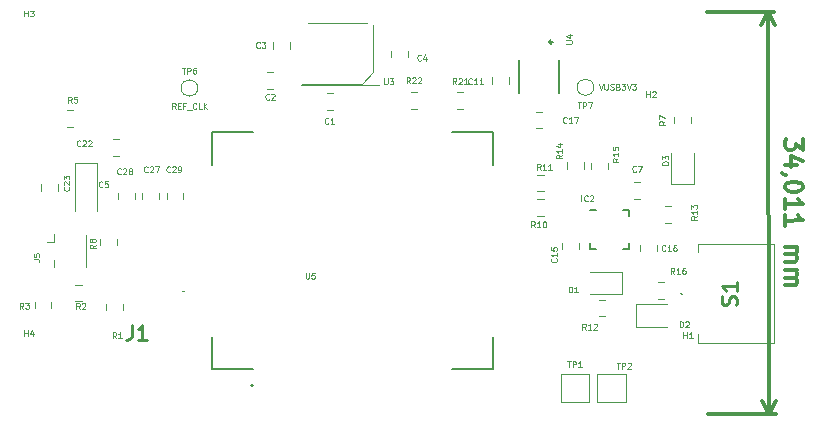
<source format=gbr>
%TF.GenerationSoftware,KiCad,Pcbnew,(5.0.2)-1*%
%TF.CreationDate,2021-04-08T12:32:07+02:00*%
%TF.ProjectId,trackerGPS,74726163-6b65-4724-9750-532e6b696361,rev?*%
%TF.SameCoordinates,Original*%
%TF.FileFunction,Legend,Top*%
%TF.FilePolarity,Positive*%
%FSLAX46Y46*%
G04 Gerber Fmt 4.6, Leading zero omitted, Abs format (unit mm)*
G04 Created by KiCad (PCBNEW (5.0.2)-1) date 08/04/2021 12:32:07*
%MOMM*%
%LPD*%
G01*
G04 APERTURE LIST*
%ADD10C,0.300000*%
%ADD11C,0.100000*%
%ADD12C,0.120000*%
%ADD13C,0.127000*%
%ADD14C,0.200000*%
%ADD15C,0.150000*%
%ADD16C,0.250000*%
%ADD17C,0.254000*%
%ADD18C,0.075000*%
G04 APERTURE END LIST*
D10*
X167680409Y-72675413D02*
X167683876Y-73603978D01*
X167110585Y-73106115D01*
X167111385Y-73320399D01*
X167040490Y-73463522D01*
X166969329Y-73535217D01*
X166826739Y-73607178D01*
X166469599Y-73608512D01*
X166326476Y-73537617D01*
X166254781Y-73466456D01*
X166182820Y-73323867D01*
X166181219Y-72895298D01*
X166252114Y-72752175D01*
X166323275Y-72680480D01*
X167188681Y-74891550D02*
X166188688Y-74895284D01*
X167758772Y-74532276D02*
X166686017Y-74179136D01*
X166689484Y-75107701D01*
X166263316Y-75752154D02*
X166191888Y-75752421D01*
X166048765Y-75681526D01*
X165977071Y-75610365D01*
X167695345Y-76675385D02*
X167695879Y-76818241D01*
X167624984Y-76961364D01*
X167553823Y-77033059D01*
X167411233Y-77105020D01*
X167125788Y-77177515D01*
X166768647Y-77178849D01*
X166482668Y-77108488D01*
X166339545Y-77037593D01*
X166267851Y-76966432D01*
X166195889Y-76823842D01*
X166195356Y-76680986D01*
X166266250Y-76537863D01*
X166337412Y-76466168D01*
X166480001Y-76394207D01*
X166765447Y-76321712D01*
X167122587Y-76320378D01*
X167408566Y-76390739D01*
X167551689Y-76461634D01*
X167623384Y-76532795D01*
X167695345Y-76675385D01*
X166202557Y-78609544D02*
X166199357Y-77752407D01*
X166200957Y-78180976D02*
X167700946Y-78175374D01*
X167486129Y-78033318D01*
X167342739Y-77890996D01*
X167270778Y-77748406D01*
X166207892Y-80038105D02*
X166204691Y-79180969D01*
X166206291Y-79609537D02*
X167706281Y-79603936D01*
X167491463Y-79461880D01*
X167348074Y-79319557D01*
X167276112Y-79176968D01*
X166214560Y-81823807D02*
X167214553Y-81820073D01*
X167071697Y-81820607D02*
X167143391Y-81891768D01*
X167215353Y-82034357D01*
X167216153Y-82248642D01*
X167145258Y-82391764D01*
X167002669Y-82463726D01*
X166216960Y-82466660D01*
X167002669Y-82463726D02*
X167145792Y-82534621D01*
X167217753Y-82677210D01*
X167218554Y-82891494D01*
X167147659Y-83034617D01*
X167005069Y-83106579D01*
X166219361Y-83109513D01*
X166222028Y-83823793D02*
X167222021Y-83820059D01*
X167079165Y-83820593D02*
X167150860Y-83891754D01*
X167222821Y-84034343D01*
X167223621Y-84248628D01*
X167152727Y-84391751D01*
X167010137Y-84463712D01*
X166224428Y-84466646D01*
X167010137Y-84463712D02*
X167153260Y-84534607D01*
X167225222Y-84677196D01*
X167226022Y-84891480D01*
X167155127Y-85034603D01*
X167012538Y-85106565D01*
X166226829Y-85109499D01*
X164718973Y-61966693D02*
X164845973Y-95977293D01*
X159588697Y-61985850D02*
X165305390Y-61964503D01*
X159715697Y-95996450D02*
X165432390Y-95975103D01*
X164845973Y-95977293D02*
X164255350Y-94852987D01*
X164845973Y-95977293D02*
X165428183Y-94848607D01*
X164718973Y-61966693D02*
X164136763Y-63095379D01*
X164718973Y-61966693D02*
X165309596Y-63090999D01*
D11*
X115206840Y-85608160D02*
X115206840Y-85608160D01*
X115306840Y-85608160D02*
X115306840Y-85608160D01*
X115306840Y-85608160D02*
G75*
G02X115206840Y-85608160I-50000J0D01*
G01*
X115206840Y-85608160D02*
G75*
G02X115306840Y-85608160I50000J0D01*
G01*
X158850280Y-82251040D02*
X158850280Y-81581040D01*
X158850280Y-81581040D02*
X165250280Y-81581040D01*
X165250280Y-81581040D02*
X165250280Y-90001040D01*
X165250280Y-90001040D02*
X158850280Y-90001040D01*
X158850280Y-90001040D02*
X158850280Y-89251040D01*
X157450280Y-85791040D02*
X157450280Y-85791040D01*
X157350280Y-85791040D02*
X157350280Y-85791040D01*
X157350280Y-85791040D02*
G75*
G02X157450280Y-85791040I50000J0D01*
G01*
X157450280Y-85791040D02*
G75*
G02X157350280Y-85791040I-50000J0D01*
G01*
D12*
X156558100Y-73864200D02*
X156558100Y-76549200D01*
X156558100Y-76549200D02*
X158478100Y-76549200D01*
X158478100Y-76549200D02*
X158478100Y-73864200D01*
X156782700Y-71377552D02*
X156782700Y-70855048D01*
X158202700Y-71377552D02*
X158202700Y-70855048D01*
X116473200Y-68389500D02*
G75*
G03X116473200Y-68389500I-700000J0D01*
G01*
X150001200Y-68326000D02*
G75*
G03X150001200Y-68326000I-700000J0D01*
G01*
D13*
X121165400Y-92194000D02*
X117690400Y-92194000D01*
X117690400Y-92194000D02*
X117690400Y-89469000D01*
X117690400Y-72144000D02*
X117690400Y-74869000D01*
X121165400Y-72144000D02*
X117690400Y-72144000D01*
X141440400Y-72144000D02*
X141440400Y-74869000D01*
X141440400Y-92194000D02*
X141440400Y-89469000D01*
X137965400Y-92194000D02*
X141440400Y-92194000D01*
X137965400Y-72144000D02*
X141440400Y-72144000D01*
D14*
X121165400Y-93569000D02*
G75*
G03X121165400Y-93569000I-100000J0D01*
G01*
D12*
X138422748Y-70179000D02*
X138945252Y-70179000D01*
X138422748Y-68759000D02*
X138945252Y-68759000D01*
X134511148Y-68708200D02*
X135033652Y-68708200D01*
X134511148Y-70128200D02*
X135033652Y-70128200D01*
X107041800Y-80819000D02*
X107041800Y-83519000D01*
X104321800Y-81409000D02*
X103691800Y-81409000D01*
X104321800Y-83569000D02*
X104321800Y-82929000D01*
X104321800Y-80769000D02*
X104321800Y-81409000D01*
X153950600Y-81704548D02*
X153950600Y-82227052D01*
X155370600Y-81704548D02*
X155370600Y-82227052D01*
X148715800Y-81501348D02*
X148715800Y-82023852D01*
X147295800Y-81501348D02*
X147295800Y-82023852D01*
X153559800Y-88615400D02*
X156244800Y-88615400D01*
X153559800Y-86695400D02*
X153559800Y-88615400D01*
X156244800Y-86695400D02*
X153559800Y-86695400D01*
X149672800Y-85846800D02*
X152357800Y-85846800D01*
X152357800Y-85846800D02*
X152357800Y-83926800D01*
X152357800Y-83926800D02*
X149672800Y-83926800D01*
X145229948Y-77776000D02*
X145752452Y-77776000D01*
X145229948Y-79196000D02*
X145752452Y-79196000D01*
X149810400Y-74735948D02*
X149810400Y-75258452D01*
X151230400Y-74735948D02*
X151230400Y-75258452D01*
X155937852Y-86211480D02*
X155415348Y-86211480D01*
X155937852Y-84791480D02*
X155415348Y-84791480D01*
X147727600Y-74685148D02*
X147727600Y-75207652D01*
X149147600Y-74685148D02*
X149147600Y-75207652D01*
X156547452Y-79780200D02*
X156024948Y-79780200D01*
X156547452Y-78360200D02*
X156024948Y-78360200D01*
X150411548Y-87730400D02*
X150934052Y-87730400D01*
X150411548Y-86310400D02*
X150934052Y-86310400D01*
X145229948Y-75718600D02*
X145752452Y-75718600D01*
X145229948Y-77138600D02*
X145752452Y-77138600D01*
X147196960Y-95002200D02*
X147196960Y-92602200D01*
X149596960Y-95002200D02*
X147196960Y-95002200D01*
X149596960Y-92602200D02*
X149596960Y-95002200D01*
X147196960Y-92602200D02*
X149596960Y-92602200D01*
X150316080Y-92602200D02*
X152716080Y-92602200D01*
X152716080Y-92602200D02*
X152716080Y-95002200D01*
X152716080Y-95002200D02*
X150316080Y-95002200D01*
X150316080Y-95002200D02*
X150316080Y-92602200D01*
D15*
X152956400Y-78728600D02*
X152956400Y-79228600D01*
X149706400Y-81978600D02*
X149706400Y-81478600D01*
X152956400Y-81978600D02*
X152956400Y-81478600D01*
X149706400Y-78728600D02*
X150206400Y-78728600D01*
X149706400Y-81978600D02*
X150206400Y-81978600D01*
X152956400Y-81978600D02*
X152456400Y-81978600D01*
X152956400Y-78728600D02*
X152456400Y-78728600D01*
D12*
X108205200Y-81668252D02*
X108205200Y-81145748D01*
X109625200Y-81668252D02*
X109625200Y-81145748D01*
X115264000Y-77284948D02*
X115264000Y-77807452D01*
X113844000Y-77284948D02*
X113844000Y-77807452D01*
X109729200Y-77301348D02*
X109729200Y-77823852D01*
X111149200Y-77301348D02*
X111149200Y-77823852D01*
X113206600Y-77301348D02*
X113206600Y-77823852D01*
X111786600Y-77301348D02*
X111786600Y-77823852D01*
X104621400Y-77070852D02*
X104621400Y-76548348D01*
X103201400Y-77070852D02*
X103201400Y-76548348D01*
X105402748Y-70257600D02*
X105925252Y-70257600D01*
X105402748Y-71677600D02*
X105925252Y-71677600D01*
X145625452Y-70384600D02*
X145102948Y-70384600D01*
X145625452Y-71804600D02*
X145102948Y-71804600D01*
X141377600Y-67496948D02*
X141377600Y-68019452D01*
X142797600Y-67496948D02*
X142797600Y-68019452D01*
X109786052Y-72746800D02*
X109263548Y-72746800D01*
X109786052Y-74166800D02*
X109263548Y-74166800D01*
D15*
X143689600Y-66011600D02*
X143689600Y-68811600D01*
X147089600Y-66011600D02*
X147089600Y-68811600D01*
D16*
X146489600Y-64508500D02*
G75*
G03X146489600Y-64508500I-125000J0D01*
G01*
D12*
X108713200Y-87205452D02*
X108713200Y-86682948D01*
X110133200Y-87205452D02*
X110133200Y-86682948D01*
X106636452Y-85040400D02*
X106113948Y-85040400D01*
X106636452Y-86460400D02*
X106113948Y-86460400D01*
X102668000Y-86505148D02*
X102668000Y-87027652D01*
X104088000Y-86505148D02*
X104088000Y-87027652D01*
X153383348Y-76353600D02*
X153905852Y-76353600D01*
X153383348Y-77773600D02*
X153905852Y-77773600D01*
X107919800Y-78790600D02*
X107919800Y-74705600D01*
X107919800Y-74705600D02*
X106049800Y-74705600D01*
X106049800Y-74705600D02*
X106049800Y-78790600D01*
X130844800Y-62924000D02*
X125844800Y-62924000D01*
X131844800Y-68124000D02*
X125244800Y-68124000D01*
D11*
X130344800Y-68024000D02*
X125344800Y-68024000D01*
X131344800Y-63024000D02*
X131344800Y-67024000D01*
X130344800Y-68024000D02*
X131344800Y-67024000D01*
D12*
X132868600Y-65245348D02*
X132868600Y-65767852D01*
X134288600Y-65245348D02*
X134288600Y-65767852D01*
X122835600Y-65056652D02*
X122835600Y-64534148D01*
X124255600Y-65056652D02*
X124255600Y-64534148D01*
X122858052Y-67031800D02*
X122335548Y-67031800D01*
X122858052Y-68451800D02*
X122335548Y-68451800D01*
X127415548Y-68809800D02*
X127938052Y-68809800D01*
X127415548Y-70229800D02*
X127938052Y-70229800D01*
D17*
X110873426Y-88453443D02*
X110873426Y-89360586D01*
X110812950Y-89542015D01*
X110691998Y-89662967D01*
X110510569Y-89723443D01*
X110389617Y-89723443D01*
X112143426Y-89723443D02*
X111417712Y-89723443D01*
X111780569Y-89723443D02*
X111780569Y-88453443D01*
X111659617Y-88634872D01*
X111538664Y-88755824D01*
X111417712Y-88816300D01*
X162039327Y-86758659D02*
X162099803Y-86577230D01*
X162099803Y-86274849D01*
X162039327Y-86153897D01*
X161978851Y-86093420D01*
X161857899Y-86032944D01*
X161736946Y-86032944D01*
X161615994Y-86093420D01*
X161555518Y-86153897D01*
X161495041Y-86274849D01*
X161434565Y-86516754D01*
X161374089Y-86637706D01*
X161313613Y-86698182D01*
X161192660Y-86758659D01*
X161071708Y-86758659D01*
X160950756Y-86698182D01*
X160890280Y-86637706D01*
X160829803Y-86516754D01*
X160829803Y-86214373D01*
X160890280Y-86032944D01*
X162099803Y-84823420D02*
X162099803Y-85549135D01*
X162099803Y-85186278D02*
X160829803Y-85186278D01*
X161011232Y-85307230D01*
X161132184Y-85428182D01*
X161192660Y-85549135D01*
D18*
X156309190Y-74879947D02*
X155809190Y-74879947D01*
X155809190Y-74760900D01*
X155833000Y-74689471D01*
X155880619Y-74641852D01*
X155928238Y-74618042D01*
X156023476Y-74594233D01*
X156094904Y-74594233D01*
X156190142Y-74618042D01*
X156237761Y-74641852D01*
X156285380Y-74689471D01*
X156309190Y-74760900D01*
X156309190Y-74879947D01*
X155809190Y-74427566D02*
X155809190Y-74118042D01*
X155999666Y-74284709D01*
X155999666Y-74213280D01*
X156023476Y-74165661D01*
X156047285Y-74141852D01*
X156094904Y-74118042D01*
X156213952Y-74118042D01*
X156261571Y-74141852D01*
X156285380Y-74165661D01*
X156309190Y-74213280D01*
X156309190Y-74356138D01*
X156285380Y-74403757D01*
X156261571Y-74427566D01*
X156068890Y-71199633D02*
X155830795Y-71366300D01*
X156068890Y-71485347D02*
X155568890Y-71485347D01*
X155568890Y-71294871D01*
X155592700Y-71247252D01*
X155616509Y-71223442D01*
X155664128Y-71199633D01*
X155735557Y-71199633D01*
X155783176Y-71223442D01*
X155806985Y-71247252D01*
X155830795Y-71294871D01*
X155830795Y-71485347D01*
X155568890Y-71032966D02*
X155568890Y-70699633D01*
X156068890Y-70913919D01*
X115142247Y-66667690D02*
X115427961Y-66667690D01*
X115285104Y-67167690D02*
X115285104Y-66667690D01*
X115594628Y-67167690D02*
X115594628Y-66667690D01*
X115785104Y-66667690D01*
X115832723Y-66691500D01*
X115856533Y-66715309D01*
X115880342Y-66762928D01*
X115880342Y-66834357D01*
X115856533Y-66881976D01*
X115832723Y-66905785D01*
X115785104Y-66929595D01*
X115594628Y-66929595D01*
X116308914Y-66667690D02*
X116213676Y-66667690D01*
X116166057Y-66691500D01*
X116142247Y-66715309D01*
X116094628Y-66786738D01*
X116070819Y-66881976D01*
X116070819Y-67072452D01*
X116094628Y-67120071D01*
X116118438Y-67143880D01*
X116166057Y-67167690D01*
X116261295Y-67167690D01*
X116308914Y-67143880D01*
X116332723Y-67120071D01*
X116356533Y-67072452D01*
X116356533Y-66953404D01*
X116332723Y-66905785D01*
X116308914Y-66881976D01*
X116261295Y-66858166D01*
X116166057Y-66858166D01*
X116118438Y-66881976D01*
X116094628Y-66905785D01*
X116070819Y-66953404D01*
X114594628Y-70165690D02*
X114427961Y-69927595D01*
X114308914Y-70165690D02*
X114308914Y-69665690D01*
X114499390Y-69665690D01*
X114547009Y-69689500D01*
X114570819Y-69713309D01*
X114594628Y-69760928D01*
X114594628Y-69832357D01*
X114570819Y-69879976D01*
X114547009Y-69903785D01*
X114499390Y-69927595D01*
X114308914Y-69927595D01*
X114808914Y-69903785D02*
X114975580Y-69903785D01*
X115047009Y-70165690D02*
X114808914Y-70165690D01*
X114808914Y-69665690D01*
X115047009Y-69665690D01*
X115427961Y-69903785D02*
X115261295Y-69903785D01*
X115261295Y-70165690D02*
X115261295Y-69665690D01*
X115499390Y-69665690D01*
X115570819Y-70213309D02*
X115951771Y-70213309D01*
X116356533Y-70118071D02*
X116332723Y-70141880D01*
X116261295Y-70165690D01*
X116213676Y-70165690D01*
X116142247Y-70141880D01*
X116094628Y-70094261D01*
X116070819Y-70046642D01*
X116047009Y-69951404D01*
X116047009Y-69879976D01*
X116070819Y-69784738D01*
X116094628Y-69737119D01*
X116142247Y-69689500D01*
X116213676Y-69665690D01*
X116261295Y-69665690D01*
X116332723Y-69689500D01*
X116356533Y-69713309D01*
X116808914Y-70165690D02*
X116570819Y-70165690D01*
X116570819Y-69665690D01*
X116975580Y-70165690D02*
X116975580Y-69665690D01*
X117261295Y-70165690D02*
X117047009Y-69879976D01*
X117261295Y-69665690D02*
X116975580Y-69951404D01*
X148644847Y-69614290D02*
X148930561Y-69614290D01*
X148787704Y-70114290D02*
X148787704Y-69614290D01*
X149097228Y-70114290D02*
X149097228Y-69614290D01*
X149287704Y-69614290D01*
X149335323Y-69638100D01*
X149359133Y-69661909D01*
X149382942Y-69709528D01*
X149382942Y-69780957D01*
X149359133Y-69828576D01*
X149335323Y-69852385D01*
X149287704Y-69876195D01*
X149097228Y-69876195D01*
X149549609Y-69614290D02*
X149882942Y-69614290D01*
X149668657Y-70114290D01*
X150411857Y-68026790D02*
X150578523Y-68526790D01*
X150745190Y-68026790D01*
X150911857Y-68026790D02*
X150911857Y-68431552D01*
X150935666Y-68479171D01*
X150959476Y-68502980D01*
X151007095Y-68526790D01*
X151102333Y-68526790D01*
X151149952Y-68502980D01*
X151173761Y-68479171D01*
X151197571Y-68431552D01*
X151197571Y-68026790D01*
X151411857Y-68502980D02*
X151483285Y-68526790D01*
X151602333Y-68526790D01*
X151649952Y-68502980D01*
X151673761Y-68479171D01*
X151697571Y-68431552D01*
X151697571Y-68383933D01*
X151673761Y-68336314D01*
X151649952Y-68312504D01*
X151602333Y-68288695D01*
X151507095Y-68264885D01*
X151459476Y-68241076D01*
X151435666Y-68217266D01*
X151411857Y-68169647D01*
X151411857Y-68122028D01*
X151435666Y-68074409D01*
X151459476Y-68050600D01*
X151507095Y-68026790D01*
X151626142Y-68026790D01*
X151697571Y-68050600D01*
X152078523Y-68264885D02*
X152149952Y-68288695D01*
X152173761Y-68312504D01*
X152197571Y-68360123D01*
X152197571Y-68431552D01*
X152173761Y-68479171D01*
X152149952Y-68502980D01*
X152102333Y-68526790D01*
X151911857Y-68526790D01*
X151911857Y-68026790D01*
X152078523Y-68026790D01*
X152126142Y-68050600D01*
X152149952Y-68074409D01*
X152173761Y-68122028D01*
X152173761Y-68169647D01*
X152149952Y-68217266D01*
X152126142Y-68241076D01*
X152078523Y-68264885D01*
X151911857Y-68264885D01*
X152364238Y-68026790D02*
X152673761Y-68026790D01*
X152507095Y-68217266D01*
X152578523Y-68217266D01*
X152626142Y-68241076D01*
X152649952Y-68264885D01*
X152673761Y-68312504D01*
X152673761Y-68431552D01*
X152649952Y-68479171D01*
X152626142Y-68502980D01*
X152578523Y-68526790D01*
X152435666Y-68526790D01*
X152388047Y-68502980D01*
X152364238Y-68479171D01*
X152816619Y-68026790D02*
X152983285Y-68526790D01*
X153149952Y-68026790D01*
X153269000Y-68026790D02*
X153578523Y-68026790D01*
X153411857Y-68217266D01*
X153483285Y-68217266D01*
X153530904Y-68241076D01*
X153554714Y-68264885D01*
X153578523Y-68312504D01*
X153578523Y-68431552D01*
X153554714Y-68479171D01*
X153530904Y-68502980D01*
X153483285Y-68526790D01*
X153340428Y-68526790D01*
X153292809Y-68502980D01*
X153269000Y-68479171D01*
X125603047Y-84028790D02*
X125603047Y-84433552D01*
X125626857Y-84481171D01*
X125650666Y-84504980D01*
X125698285Y-84528790D01*
X125793523Y-84528790D01*
X125841142Y-84504980D01*
X125864952Y-84481171D01*
X125888761Y-84433552D01*
X125888761Y-84028790D01*
X126364952Y-84028790D02*
X126126857Y-84028790D01*
X126103047Y-84266885D01*
X126126857Y-84243076D01*
X126174476Y-84219266D01*
X126293523Y-84219266D01*
X126341142Y-84243076D01*
X126364952Y-84266885D01*
X126388761Y-84314504D01*
X126388761Y-84433552D01*
X126364952Y-84481171D01*
X126341142Y-84504980D01*
X126293523Y-84528790D01*
X126174476Y-84528790D01*
X126126857Y-84504980D01*
X126103047Y-84481171D01*
X138362571Y-68045190D02*
X138195904Y-67807095D01*
X138076857Y-68045190D02*
X138076857Y-67545190D01*
X138267333Y-67545190D01*
X138314952Y-67569000D01*
X138338761Y-67592809D01*
X138362571Y-67640428D01*
X138362571Y-67711857D01*
X138338761Y-67759476D01*
X138314952Y-67783285D01*
X138267333Y-67807095D01*
X138076857Y-67807095D01*
X138553047Y-67592809D02*
X138576857Y-67569000D01*
X138624476Y-67545190D01*
X138743523Y-67545190D01*
X138791142Y-67569000D01*
X138814952Y-67592809D01*
X138838761Y-67640428D01*
X138838761Y-67688047D01*
X138814952Y-67759476D01*
X138529238Y-68045190D01*
X138838761Y-68045190D01*
X139314952Y-68045190D02*
X139029238Y-68045190D01*
X139172095Y-68045190D02*
X139172095Y-67545190D01*
X139124476Y-67616619D01*
X139076857Y-67664238D01*
X139029238Y-67688047D01*
X134450971Y-67994390D02*
X134284304Y-67756295D01*
X134165257Y-67994390D02*
X134165257Y-67494390D01*
X134355733Y-67494390D01*
X134403352Y-67518200D01*
X134427161Y-67542009D01*
X134450971Y-67589628D01*
X134450971Y-67661057D01*
X134427161Y-67708676D01*
X134403352Y-67732485D01*
X134355733Y-67756295D01*
X134165257Y-67756295D01*
X134641447Y-67542009D02*
X134665257Y-67518200D01*
X134712876Y-67494390D01*
X134831923Y-67494390D01*
X134879542Y-67518200D01*
X134903352Y-67542009D01*
X134927161Y-67589628D01*
X134927161Y-67637247D01*
X134903352Y-67708676D01*
X134617638Y-67994390D01*
X134927161Y-67994390D01*
X135117638Y-67542009D02*
X135141447Y-67518200D01*
X135189066Y-67494390D01*
X135308114Y-67494390D01*
X135355733Y-67518200D01*
X135379542Y-67542009D01*
X135403352Y-67589628D01*
X135403352Y-67637247D01*
X135379542Y-67708676D01*
X135093828Y-67994390D01*
X135403352Y-67994390D01*
X157581647Y-89583390D02*
X157581647Y-89083390D01*
X157581647Y-89321485D02*
X157867361Y-89321485D01*
X157867361Y-89583390D02*
X157867361Y-89083390D01*
X158367361Y-89583390D02*
X158081647Y-89583390D01*
X158224504Y-89583390D02*
X158224504Y-89083390D01*
X158176885Y-89154819D01*
X158129266Y-89202438D01*
X158081647Y-89226247D01*
X154457447Y-69161790D02*
X154457447Y-68661790D01*
X154457447Y-68899885D02*
X154743161Y-68899885D01*
X154743161Y-69161790D02*
X154743161Y-68661790D01*
X154957447Y-68709409D02*
X154981257Y-68685600D01*
X155028876Y-68661790D01*
X155147923Y-68661790D01*
X155195542Y-68685600D01*
X155219352Y-68709409D01*
X155243161Y-68757028D01*
X155243161Y-68804647D01*
X155219352Y-68876076D01*
X154933638Y-69161790D01*
X155243161Y-69161790D01*
X101803247Y-62334390D02*
X101803247Y-61834390D01*
X101803247Y-62072485D02*
X102088961Y-62072485D01*
X102088961Y-62334390D02*
X102088961Y-61834390D01*
X102279438Y-61834390D02*
X102588961Y-61834390D01*
X102422295Y-62024866D01*
X102493723Y-62024866D01*
X102541342Y-62048676D01*
X102565152Y-62072485D01*
X102588961Y-62120104D01*
X102588961Y-62239152D01*
X102565152Y-62286771D01*
X102541342Y-62310580D01*
X102493723Y-62334390D01*
X102350866Y-62334390D01*
X102303247Y-62310580D01*
X102279438Y-62286771D01*
X101803247Y-89385390D02*
X101803247Y-88885390D01*
X101803247Y-89123485D02*
X102088961Y-89123485D01*
X102088961Y-89385390D02*
X102088961Y-88885390D01*
X102541342Y-89052057D02*
X102541342Y-89385390D01*
X102422295Y-88861580D02*
X102303247Y-89218723D01*
X102612771Y-89218723D01*
X102570790Y-82894466D02*
X102927933Y-82894466D01*
X102999361Y-82918276D01*
X103046980Y-82965895D01*
X103070790Y-83037323D01*
X103070790Y-83084942D01*
X102570790Y-82418276D02*
X102570790Y-82656371D01*
X102808885Y-82680180D01*
X102785076Y-82656371D01*
X102761266Y-82608752D01*
X102761266Y-82489704D01*
X102785076Y-82442085D01*
X102808885Y-82418276D01*
X102856504Y-82394466D01*
X102975552Y-82394466D01*
X103023171Y-82418276D01*
X103046980Y-82442085D01*
X103070790Y-82489704D01*
X103070790Y-82608752D01*
X103046980Y-82656371D01*
X103023171Y-82680180D01*
X156066371Y-82144371D02*
X156042561Y-82168180D01*
X155971133Y-82191990D01*
X155923514Y-82191990D01*
X155852085Y-82168180D01*
X155804466Y-82120561D01*
X155780657Y-82072942D01*
X155756847Y-81977704D01*
X155756847Y-81906276D01*
X155780657Y-81811038D01*
X155804466Y-81763419D01*
X155852085Y-81715800D01*
X155923514Y-81691990D01*
X155971133Y-81691990D01*
X156042561Y-81715800D01*
X156066371Y-81739609D01*
X156542561Y-82191990D02*
X156256847Y-82191990D01*
X156399704Y-82191990D02*
X156399704Y-81691990D01*
X156352085Y-81763419D01*
X156304466Y-81811038D01*
X156256847Y-81834847D01*
X156971133Y-81691990D02*
X156875895Y-81691990D01*
X156828276Y-81715800D01*
X156804466Y-81739609D01*
X156756847Y-81811038D01*
X156733038Y-81906276D01*
X156733038Y-82096752D01*
X156756847Y-82144371D01*
X156780657Y-82168180D01*
X156828276Y-82191990D01*
X156923514Y-82191990D01*
X156971133Y-82168180D01*
X156994942Y-82144371D01*
X157018752Y-82096752D01*
X157018752Y-81977704D01*
X156994942Y-81930085D01*
X156971133Y-81906276D01*
X156923514Y-81882466D01*
X156828276Y-81882466D01*
X156780657Y-81906276D01*
X156756847Y-81930085D01*
X156733038Y-81977704D01*
X146838171Y-82820628D02*
X146861980Y-82844438D01*
X146885790Y-82915866D01*
X146885790Y-82963485D01*
X146861980Y-83034914D01*
X146814361Y-83082533D01*
X146766742Y-83106342D01*
X146671504Y-83130152D01*
X146600076Y-83130152D01*
X146504838Y-83106342D01*
X146457219Y-83082533D01*
X146409600Y-83034914D01*
X146385790Y-82963485D01*
X146385790Y-82915866D01*
X146409600Y-82844438D01*
X146433409Y-82820628D01*
X146885790Y-82344438D02*
X146885790Y-82630152D01*
X146885790Y-82487295D02*
X146385790Y-82487295D01*
X146457219Y-82534914D01*
X146504838Y-82582533D01*
X146528647Y-82630152D01*
X146385790Y-81892057D02*
X146385790Y-82130152D01*
X146623885Y-82153961D01*
X146600076Y-82130152D01*
X146576266Y-82082533D01*
X146576266Y-81963485D01*
X146600076Y-81915866D01*
X146623885Y-81892057D01*
X146671504Y-81868247D01*
X146790552Y-81868247D01*
X146838171Y-81892057D01*
X146861980Y-81915866D01*
X146885790Y-81963485D01*
X146885790Y-82082533D01*
X146861980Y-82130152D01*
X146838171Y-82153961D01*
X157288752Y-88643590D02*
X157288752Y-88143590D01*
X157407800Y-88143590D01*
X157479228Y-88167400D01*
X157526847Y-88215019D01*
X157550657Y-88262638D01*
X157574466Y-88357876D01*
X157574466Y-88429304D01*
X157550657Y-88524542D01*
X157526847Y-88572161D01*
X157479228Y-88619780D01*
X157407800Y-88643590D01*
X157288752Y-88643590D01*
X157764942Y-88191209D02*
X157788752Y-88167400D01*
X157836371Y-88143590D01*
X157955419Y-88143590D01*
X158003038Y-88167400D01*
X158026847Y-88191209D01*
X158050657Y-88238828D01*
X158050657Y-88286447D01*
X158026847Y-88357876D01*
X157741133Y-88643590D01*
X158050657Y-88643590D01*
X147890752Y-85697190D02*
X147890752Y-85197190D01*
X148009800Y-85197190D01*
X148081228Y-85221000D01*
X148128847Y-85268619D01*
X148152657Y-85316238D01*
X148176466Y-85411476D01*
X148176466Y-85482904D01*
X148152657Y-85578142D01*
X148128847Y-85625761D01*
X148081228Y-85673380D01*
X148009800Y-85697190D01*
X147890752Y-85697190D01*
X148652657Y-85697190D02*
X148366942Y-85697190D01*
X148509800Y-85697190D02*
X148509800Y-85197190D01*
X148462180Y-85268619D01*
X148414561Y-85316238D01*
X148366942Y-85340047D01*
X145017371Y-80185390D02*
X144850704Y-79947295D01*
X144731657Y-80185390D02*
X144731657Y-79685390D01*
X144922133Y-79685390D01*
X144969752Y-79709200D01*
X144993561Y-79733009D01*
X145017371Y-79780628D01*
X145017371Y-79852057D01*
X144993561Y-79899676D01*
X144969752Y-79923485D01*
X144922133Y-79947295D01*
X144731657Y-79947295D01*
X145493561Y-80185390D02*
X145207847Y-80185390D01*
X145350704Y-80185390D02*
X145350704Y-79685390D01*
X145303085Y-79756819D01*
X145255466Y-79804438D01*
X145207847Y-79828247D01*
X145803085Y-79685390D02*
X145850704Y-79685390D01*
X145898323Y-79709200D01*
X145922133Y-79733009D01*
X145945942Y-79780628D01*
X145969752Y-79875866D01*
X145969752Y-79994914D01*
X145945942Y-80090152D01*
X145922133Y-80137771D01*
X145898323Y-80161580D01*
X145850704Y-80185390D01*
X145803085Y-80185390D01*
X145755466Y-80161580D01*
X145731657Y-80137771D01*
X145707847Y-80090152D01*
X145684038Y-79994914D01*
X145684038Y-79875866D01*
X145707847Y-79780628D01*
X145731657Y-79733009D01*
X145755466Y-79709200D01*
X145803085Y-79685390D01*
X152092790Y-74337028D02*
X151854695Y-74503695D01*
X152092790Y-74622742D02*
X151592790Y-74622742D01*
X151592790Y-74432266D01*
X151616600Y-74384647D01*
X151640409Y-74360838D01*
X151688028Y-74337028D01*
X151759457Y-74337028D01*
X151807076Y-74360838D01*
X151830885Y-74384647D01*
X151854695Y-74432266D01*
X151854695Y-74622742D01*
X152092790Y-73860838D02*
X152092790Y-74146552D01*
X152092790Y-74003695D02*
X151592790Y-74003695D01*
X151664219Y-74051314D01*
X151711838Y-74098933D01*
X151735647Y-74146552D01*
X151592790Y-73408457D02*
X151592790Y-73646552D01*
X151830885Y-73670361D01*
X151807076Y-73646552D01*
X151783266Y-73598933D01*
X151783266Y-73479885D01*
X151807076Y-73432266D01*
X151830885Y-73408457D01*
X151878504Y-73384647D01*
X151997552Y-73384647D01*
X152045171Y-73408457D01*
X152068980Y-73432266D01*
X152092790Y-73479885D01*
X152092790Y-73598933D01*
X152068980Y-73646552D01*
X152045171Y-73670361D01*
X156828371Y-84127470D02*
X156661704Y-83889375D01*
X156542657Y-84127470D02*
X156542657Y-83627470D01*
X156733133Y-83627470D01*
X156780752Y-83651280D01*
X156804561Y-83675089D01*
X156828371Y-83722708D01*
X156828371Y-83794137D01*
X156804561Y-83841756D01*
X156780752Y-83865565D01*
X156733133Y-83889375D01*
X156542657Y-83889375D01*
X157304561Y-84127470D02*
X157018847Y-84127470D01*
X157161704Y-84127470D02*
X157161704Y-83627470D01*
X157114085Y-83698899D01*
X157066466Y-83746518D01*
X157018847Y-83770327D01*
X157733133Y-83627470D02*
X157637895Y-83627470D01*
X157590276Y-83651280D01*
X157566466Y-83675089D01*
X157518847Y-83746518D01*
X157495038Y-83841756D01*
X157495038Y-84032232D01*
X157518847Y-84079851D01*
X157542657Y-84103660D01*
X157590276Y-84127470D01*
X157685514Y-84127470D01*
X157733133Y-84103660D01*
X157756942Y-84079851D01*
X157780752Y-84032232D01*
X157780752Y-83913184D01*
X157756942Y-83865565D01*
X157733133Y-83841756D01*
X157685514Y-83817946D01*
X157590276Y-83817946D01*
X157542657Y-83841756D01*
X157518847Y-83865565D01*
X157495038Y-83913184D01*
X147317590Y-74057628D02*
X147079495Y-74224295D01*
X147317590Y-74343342D02*
X146817590Y-74343342D01*
X146817590Y-74152866D01*
X146841400Y-74105247D01*
X146865209Y-74081438D01*
X146912828Y-74057628D01*
X146984257Y-74057628D01*
X147031876Y-74081438D01*
X147055685Y-74105247D01*
X147079495Y-74152866D01*
X147079495Y-74343342D01*
X147317590Y-73581438D02*
X147317590Y-73867152D01*
X147317590Y-73724295D02*
X146817590Y-73724295D01*
X146889019Y-73771914D01*
X146936638Y-73819533D01*
X146960447Y-73867152D01*
X146984257Y-73152866D02*
X147317590Y-73152866D01*
X146793780Y-73271914D02*
X147150923Y-73390961D01*
X147150923Y-73081438D01*
X158747590Y-79239228D02*
X158509495Y-79405895D01*
X158747590Y-79524942D02*
X158247590Y-79524942D01*
X158247590Y-79334466D01*
X158271400Y-79286847D01*
X158295209Y-79263038D01*
X158342828Y-79239228D01*
X158414257Y-79239228D01*
X158461876Y-79263038D01*
X158485685Y-79286847D01*
X158509495Y-79334466D01*
X158509495Y-79524942D01*
X158747590Y-78763038D02*
X158747590Y-79048752D01*
X158747590Y-78905895D02*
X158247590Y-78905895D01*
X158319019Y-78953514D01*
X158366638Y-79001133D01*
X158390447Y-79048752D01*
X158247590Y-78596371D02*
X158247590Y-78286847D01*
X158438066Y-78453514D01*
X158438066Y-78382085D01*
X158461876Y-78334466D01*
X158485685Y-78310657D01*
X158533304Y-78286847D01*
X158652352Y-78286847D01*
X158699971Y-78310657D01*
X158723780Y-78334466D01*
X158747590Y-78382085D01*
X158747590Y-78524942D01*
X158723780Y-78572561D01*
X158699971Y-78596371D01*
X149335371Y-88846790D02*
X149168704Y-88608695D01*
X149049657Y-88846790D02*
X149049657Y-88346790D01*
X149240133Y-88346790D01*
X149287752Y-88370600D01*
X149311561Y-88394409D01*
X149335371Y-88442028D01*
X149335371Y-88513457D01*
X149311561Y-88561076D01*
X149287752Y-88584885D01*
X149240133Y-88608695D01*
X149049657Y-88608695D01*
X149811561Y-88846790D02*
X149525847Y-88846790D01*
X149668704Y-88846790D02*
X149668704Y-88346790D01*
X149621085Y-88418219D01*
X149573466Y-88465838D01*
X149525847Y-88489647D01*
X150002038Y-88394409D02*
X150025847Y-88370600D01*
X150073466Y-88346790D01*
X150192514Y-88346790D01*
X150240133Y-88370600D01*
X150263942Y-88394409D01*
X150287752Y-88442028D01*
X150287752Y-88489647D01*
X150263942Y-88561076D01*
X149978228Y-88846790D01*
X150287752Y-88846790D01*
X145499971Y-75308590D02*
X145333304Y-75070495D01*
X145214257Y-75308590D02*
X145214257Y-74808590D01*
X145404733Y-74808590D01*
X145452352Y-74832400D01*
X145476161Y-74856209D01*
X145499971Y-74903828D01*
X145499971Y-74975257D01*
X145476161Y-75022876D01*
X145452352Y-75046685D01*
X145404733Y-75070495D01*
X145214257Y-75070495D01*
X145976161Y-75308590D02*
X145690447Y-75308590D01*
X145833304Y-75308590D02*
X145833304Y-74808590D01*
X145785685Y-74880019D01*
X145738066Y-74927638D01*
X145690447Y-74951447D01*
X146452352Y-75308590D02*
X146166638Y-75308590D01*
X146309495Y-75308590D02*
X146309495Y-74808590D01*
X146261876Y-74880019D01*
X146214257Y-74927638D01*
X146166638Y-74951447D01*
X147766007Y-91530390D02*
X148051721Y-91530390D01*
X147908864Y-92030390D02*
X147908864Y-91530390D01*
X148218388Y-92030390D02*
X148218388Y-91530390D01*
X148408864Y-91530390D01*
X148456483Y-91554200D01*
X148480293Y-91578009D01*
X148504102Y-91625628D01*
X148504102Y-91697057D01*
X148480293Y-91744676D01*
X148456483Y-91768485D01*
X148408864Y-91792295D01*
X148218388Y-91792295D01*
X148980293Y-92030390D02*
X148694579Y-92030390D01*
X148837436Y-92030390D02*
X148837436Y-91530390D01*
X148789817Y-91601819D01*
X148742198Y-91649438D01*
X148694579Y-91673247D01*
X151936687Y-91638630D02*
X152222401Y-91638630D01*
X152079544Y-92138630D02*
X152079544Y-91638630D01*
X152389068Y-92138630D02*
X152389068Y-91638630D01*
X152579544Y-91638630D01*
X152627163Y-91662440D01*
X152650973Y-91686249D01*
X152674782Y-91733868D01*
X152674782Y-91805297D01*
X152650973Y-91852916D01*
X152627163Y-91876725D01*
X152579544Y-91900535D01*
X152389068Y-91900535D01*
X152865259Y-91686249D02*
X152889068Y-91662440D01*
X152936687Y-91638630D01*
X153055735Y-91638630D01*
X153103354Y-91662440D01*
X153127163Y-91686249D01*
X153150973Y-91733868D01*
X153150973Y-91781487D01*
X153127163Y-91852916D01*
X152841449Y-92138630D01*
X153150973Y-92138630D01*
X148965504Y-77975590D02*
X148965504Y-77475590D01*
X149489314Y-77927971D02*
X149465504Y-77951780D01*
X149394076Y-77975590D01*
X149346457Y-77975590D01*
X149275028Y-77951780D01*
X149227409Y-77904161D01*
X149203600Y-77856542D01*
X149179790Y-77761304D01*
X149179790Y-77689876D01*
X149203600Y-77594638D01*
X149227409Y-77547019D01*
X149275028Y-77499400D01*
X149346457Y-77475590D01*
X149394076Y-77475590D01*
X149465504Y-77499400D01*
X149489314Y-77523209D01*
X149679790Y-77523209D02*
X149703600Y-77499400D01*
X149751219Y-77475590D01*
X149870266Y-77475590D01*
X149917885Y-77499400D01*
X149941695Y-77523209D01*
X149965504Y-77570828D01*
X149965504Y-77618447D01*
X149941695Y-77689876D01*
X149655980Y-77975590D01*
X149965504Y-77975590D01*
X107820590Y-81642733D02*
X107582495Y-81809400D01*
X107820590Y-81928447D02*
X107320590Y-81928447D01*
X107320590Y-81737971D01*
X107344400Y-81690352D01*
X107368209Y-81666542D01*
X107415828Y-81642733D01*
X107487257Y-81642733D01*
X107534876Y-81666542D01*
X107558685Y-81690352D01*
X107582495Y-81737971D01*
X107582495Y-81928447D01*
X107534876Y-81357019D02*
X107511066Y-81404638D01*
X107487257Y-81428447D01*
X107439638Y-81452257D01*
X107415828Y-81452257D01*
X107368209Y-81428447D01*
X107344400Y-81404638D01*
X107320590Y-81357019D01*
X107320590Y-81261780D01*
X107344400Y-81214161D01*
X107368209Y-81190352D01*
X107415828Y-81166542D01*
X107439638Y-81166542D01*
X107487257Y-81190352D01*
X107511066Y-81214161D01*
X107534876Y-81261780D01*
X107534876Y-81357019D01*
X107558685Y-81404638D01*
X107582495Y-81428447D01*
X107630114Y-81452257D01*
X107725352Y-81452257D01*
X107772971Y-81428447D01*
X107796780Y-81404638D01*
X107820590Y-81357019D01*
X107820590Y-81261780D01*
X107796780Y-81214161D01*
X107772971Y-81190352D01*
X107725352Y-81166542D01*
X107630114Y-81166542D01*
X107582495Y-81190352D01*
X107558685Y-81214161D01*
X107534876Y-81261780D01*
X114130971Y-75464171D02*
X114107161Y-75487980D01*
X114035733Y-75511790D01*
X113988114Y-75511790D01*
X113916685Y-75487980D01*
X113869066Y-75440361D01*
X113845257Y-75392742D01*
X113821447Y-75297504D01*
X113821447Y-75226076D01*
X113845257Y-75130838D01*
X113869066Y-75083219D01*
X113916685Y-75035600D01*
X113988114Y-75011790D01*
X114035733Y-75011790D01*
X114107161Y-75035600D01*
X114130971Y-75059409D01*
X114321447Y-75059409D02*
X114345257Y-75035600D01*
X114392876Y-75011790D01*
X114511923Y-75011790D01*
X114559542Y-75035600D01*
X114583352Y-75059409D01*
X114607161Y-75107028D01*
X114607161Y-75154647D01*
X114583352Y-75226076D01*
X114297638Y-75511790D01*
X114607161Y-75511790D01*
X114845257Y-75511790D02*
X114940495Y-75511790D01*
X114988114Y-75487980D01*
X115011923Y-75464171D01*
X115059542Y-75392742D01*
X115083352Y-75297504D01*
X115083352Y-75107028D01*
X115059542Y-75059409D01*
X115035733Y-75035600D01*
X114988114Y-75011790D01*
X114892876Y-75011790D01*
X114845257Y-75035600D01*
X114821447Y-75059409D01*
X114797638Y-75107028D01*
X114797638Y-75226076D01*
X114821447Y-75273695D01*
X114845257Y-75297504D01*
X114892876Y-75321314D01*
X114988114Y-75321314D01*
X115035733Y-75297504D01*
X115059542Y-75273695D01*
X115083352Y-75226076D01*
X109965371Y-75641971D02*
X109941561Y-75665780D01*
X109870133Y-75689590D01*
X109822514Y-75689590D01*
X109751085Y-75665780D01*
X109703466Y-75618161D01*
X109679657Y-75570542D01*
X109655847Y-75475304D01*
X109655847Y-75403876D01*
X109679657Y-75308638D01*
X109703466Y-75261019D01*
X109751085Y-75213400D01*
X109822514Y-75189590D01*
X109870133Y-75189590D01*
X109941561Y-75213400D01*
X109965371Y-75237209D01*
X110155847Y-75237209D02*
X110179657Y-75213400D01*
X110227276Y-75189590D01*
X110346323Y-75189590D01*
X110393942Y-75213400D01*
X110417752Y-75237209D01*
X110441561Y-75284828D01*
X110441561Y-75332447D01*
X110417752Y-75403876D01*
X110132038Y-75689590D01*
X110441561Y-75689590D01*
X110727276Y-75403876D02*
X110679657Y-75380066D01*
X110655847Y-75356257D01*
X110632038Y-75308638D01*
X110632038Y-75284828D01*
X110655847Y-75237209D01*
X110679657Y-75213400D01*
X110727276Y-75189590D01*
X110822514Y-75189590D01*
X110870133Y-75213400D01*
X110893942Y-75237209D01*
X110917752Y-75284828D01*
X110917752Y-75308638D01*
X110893942Y-75356257D01*
X110870133Y-75380066D01*
X110822514Y-75403876D01*
X110727276Y-75403876D01*
X110679657Y-75427685D01*
X110655847Y-75451495D01*
X110632038Y-75499114D01*
X110632038Y-75594352D01*
X110655847Y-75641971D01*
X110679657Y-75665780D01*
X110727276Y-75689590D01*
X110822514Y-75689590D01*
X110870133Y-75665780D01*
X110893942Y-75641971D01*
X110917752Y-75594352D01*
X110917752Y-75499114D01*
X110893942Y-75451495D01*
X110870133Y-75427685D01*
X110822514Y-75403876D01*
X112225971Y-75480571D02*
X112202161Y-75504380D01*
X112130733Y-75528190D01*
X112083114Y-75528190D01*
X112011685Y-75504380D01*
X111964066Y-75456761D01*
X111940257Y-75409142D01*
X111916447Y-75313904D01*
X111916447Y-75242476D01*
X111940257Y-75147238D01*
X111964066Y-75099619D01*
X112011685Y-75052000D01*
X112083114Y-75028190D01*
X112130733Y-75028190D01*
X112202161Y-75052000D01*
X112225971Y-75075809D01*
X112416447Y-75075809D02*
X112440257Y-75052000D01*
X112487876Y-75028190D01*
X112606923Y-75028190D01*
X112654542Y-75052000D01*
X112678352Y-75075809D01*
X112702161Y-75123428D01*
X112702161Y-75171047D01*
X112678352Y-75242476D01*
X112392638Y-75528190D01*
X112702161Y-75528190D01*
X112868828Y-75028190D02*
X113202161Y-75028190D01*
X112987876Y-75528190D01*
X105563171Y-76766428D02*
X105586980Y-76790238D01*
X105610790Y-76861666D01*
X105610790Y-76909285D01*
X105586980Y-76980714D01*
X105539361Y-77028333D01*
X105491742Y-77052142D01*
X105396504Y-77075952D01*
X105325076Y-77075952D01*
X105229838Y-77052142D01*
X105182219Y-77028333D01*
X105134600Y-76980714D01*
X105110790Y-76909285D01*
X105110790Y-76861666D01*
X105134600Y-76790238D01*
X105158409Y-76766428D01*
X105158409Y-76575952D02*
X105134600Y-76552142D01*
X105110790Y-76504523D01*
X105110790Y-76385476D01*
X105134600Y-76337857D01*
X105158409Y-76314047D01*
X105206028Y-76290238D01*
X105253647Y-76290238D01*
X105325076Y-76314047D01*
X105610790Y-76599761D01*
X105610790Y-76290238D01*
X105110790Y-76123571D02*
X105110790Y-75814047D01*
X105301266Y-75980714D01*
X105301266Y-75909285D01*
X105325076Y-75861666D01*
X105348885Y-75837857D01*
X105396504Y-75814047D01*
X105515552Y-75814047D01*
X105563171Y-75837857D01*
X105586980Y-75861666D01*
X105610790Y-75909285D01*
X105610790Y-76052142D01*
X105586980Y-76099761D01*
X105563171Y-76123571D01*
X105809266Y-69618990D02*
X105642600Y-69380895D01*
X105523552Y-69618990D02*
X105523552Y-69118990D01*
X105714028Y-69118990D01*
X105761647Y-69142800D01*
X105785457Y-69166609D01*
X105809266Y-69214228D01*
X105809266Y-69285657D01*
X105785457Y-69333276D01*
X105761647Y-69357085D01*
X105714028Y-69380895D01*
X105523552Y-69380895D01*
X106261647Y-69118990D02*
X106023552Y-69118990D01*
X105999742Y-69357085D01*
X106023552Y-69333276D01*
X106071171Y-69309466D01*
X106190219Y-69309466D01*
X106237838Y-69333276D01*
X106261647Y-69357085D01*
X106285457Y-69404704D01*
X106285457Y-69523752D01*
X106261647Y-69571371D01*
X106237838Y-69595180D01*
X106190219Y-69618990D01*
X106071171Y-69618990D01*
X106023552Y-69595180D01*
X105999742Y-69571371D01*
X147709771Y-71298571D02*
X147685961Y-71322380D01*
X147614533Y-71346190D01*
X147566914Y-71346190D01*
X147495485Y-71322380D01*
X147447866Y-71274761D01*
X147424057Y-71227142D01*
X147400247Y-71131904D01*
X147400247Y-71060476D01*
X147424057Y-70965238D01*
X147447866Y-70917619D01*
X147495485Y-70870000D01*
X147566914Y-70846190D01*
X147614533Y-70846190D01*
X147685961Y-70870000D01*
X147709771Y-70893809D01*
X148185961Y-71346190D02*
X147900247Y-71346190D01*
X148043104Y-71346190D02*
X148043104Y-70846190D01*
X147995485Y-70917619D01*
X147947866Y-70965238D01*
X147900247Y-70989047D01*
X148352628Y-70846190D02*
X148685961Y-70846190D01*
X148471676Y-71346190D01*
X139683371Y-68012971D02*
X139659561Y-68036780D01*
X139588133Y-68060590D01*
X139540514Y-68060590D01*
X139469085Y-68036780D01*
X139421466Y-67989161D01*
X139397657Y-67941542D01*
X139373847Y-67846304D01*
X139373847Y-67774876D01*
X139397657Y-67679638D01*
X139421466Y-67632019D01*
X139469085Y-67584400D01*
X139540514Y-67560590D01*
X139588133Y-67560590D01*
X139659561Y-67584400D01*
X139683371Y-67608209D01*
X140159561Y-68060590D02*
X139873847Y-68060590D01*
X140016704Y-68060590D02*
X140016704Y-67560590D01*
X139969085Y-67632019D01*
X139921466Y-67679638D01*
X139873847Y-67703447D01*
X140635752Y-68060590D02*
X140350038Y-68060590D01*
X140492895Y-68060590D02*
X140492895Y-67560590D01*
X140445276Y-67632019D01*
X140397657Y-67679638D01*
X140350038Y-67703447D01*
X106536371Y-73279771D02*
X106512561Y-73303580D01*
X106441133Y-73327390D01*
X106393514Y-73327390D01*
X106322085Y-73303580D01*
X106274466Y-73255961D01*
X106250657Y-73208342D01*
X106226847Y-73113104D01*
X106226847Y-73041676D01*
X106250657Y-72946438D01*
X106274466Y-72898819D01*
X106322085Y-72851200D01*
X106393514Y-72827390D01*
X106441133Y-72827390D01*
X106512561Y-72851200D01*
X106536371Y-72875009D01*
X106726847Y-72875009D02*
X106750657Y-72851200D01*
X106798276Y-72827390D01*
X106917323Y-72827390D01*
X106964942Y-72851200D01*
X106988752Y-72875009D01*
X107012561Y-72922628D01*
X107012561Y-72970247D01*
X106988752Y-73041676D01*
X106703038Y-73327390D01*
X107012561Y-73327390D01*
X107203038Y-72875009D02*
X107226847Y-72851200D01*
X107274466Y-72827390D01*
X107393514Y-72827390D01*
X107441133Y-72851200D01*
X107464942Y-72875009D01*
X107488752Y-72922628D01*
X107488752Y-72970247D01*
X107464942Y-73041676D01*
X107179228Y-73327390D01*
X107488752Y-73327390D01*
X147690790Y-64640702D02*
X148095552Y-64640702D01*
X148143171Y-64616892D01*
X148166980Y-64593083D01*
X148190790Y-64545464D01*
X148190790Y-64450226D01*
X148166980Y-64402607D01*
X148143171Y-64378797D01*
X148095552Y-64354988D01*
X147690790Y-64354988D01*
X147857457Y-63902607D02*
X148190790Y-63902607D01*
X147666980Y-64021654D02*
X148024123Y-64140702D01*
X148024123Y-63831178D01*
X109568466Y-89583390D02*
X109401800Y-89345295D01*
X109282752Y-89583390D02*
X109282752Y-89083390D01*
X109473228Y-89083390D01*
X109520847Y-89107200D01*
X109544657Y-89131009D01*
X109568466Y-89178628D01*
X109568466Y-89250057D01*
X109544657Y-89297676D01*
X109520847Y-89321485D01*
X109473228Y-89345295D01*
X109282752Y-89345295D01*
X110044657Y-89583390D02*
X109758942Y-89583390D01*
X109901800Y-89583390D02*
X109901800Y-89083390D01*
X109854180Y-89154819D01*
X109806561Y-89202438D01*
X109758942Y-89226247D01*
X106495066Y-87094190D02*
X106328400Y-86856095D01*
X106209352Y-87094190D02*
X106209352Y-86594190D01*
X106399828Y-86594190D01*
X106447447Y-86618000D01*
X106471257Y-86641809D01*
X106495066Y-86689428D01*
X106495066Y-86760857D01*
X106471257Y-86808476D01*
X106447447Y-86832285D01*
X106399828Y-86856095D01*
X106209352Y-86856095D01*
X106685542Y-86641809D02*
X106709352Y-86618000D01*
X106756971Y-86594190D01*
X106876019Y-86594190D01*
X106923638Y-86618000D01*
X106947447Y-86641809D01*
X106971257Y-86689428D01*
X106971257Y-86737047D01*
X106947447Y-86808476D01*
X106661733Y-87094190D01*
X106971257Y-87094190D01*
X101719866Y-87068790D02*
X101553200Y-86830695D01*
X101434152Y-87068790D02*
X101434152Y-86568790D01*
X101624628Y-86568790D01*
X101672247Y-86592600D01*
X101696057Y-86616409D01*
X101719866Y-86664028D01*
X101719866Y-86735457D01*
X101696057Y-86783076D01*
X101672247Y-86806885D01*
X101624628Y-86830695D01*
X101434152Y-86830695D01*
X101886533Y-86568790D02*
X102196057Y-86568790D01*
X102029390Y-86759266D01*
X102100819Y-86759266D01*
X102148438Y-86783076D01*
X102172247Y-86806885D01*
X102196057Y-86854504D01*
X102196057Y-86973552D01*
X102172247Y-87021171D01*
X102148438Y-87044980D01*
X102100819Y-87068790D01*
X101957961Y-87068790D01*
X101910342Y-87044980D01*
X101886533Y-87021171D01*
X153577666Y-75438771D02*
X153553857Y-75462580D01*
X153482428Y-75486390D01*
X153434809Y-75486390D01*
X153363380Y-75462580D01*
X153315761Y-75414961D01*
X153291952Y-75367342D01*
X153268142Y-75272104D01*
X153268142Y-75200676D01*
X153291952Y-75105438D01*
X153315761Y-75057819D01*
X153363380Y-75010200D01*
X153434809Y-74986390D01*
X153482428Y-74986390D01*
X153553857Y-75010200D01*
X153577666Y-75034009D01*
X153744333Y-74986390D02*
X154077666Y-74986390D01*
X153863380Y-75486390D01*
X108400066Y-76734171D02*
X108376257Y-76757980D01*
X108304828Y-76781790D01*
X108257209Y-76781790D01*
X108185780Y-76757980D01*
X108138161Y-76710361D01*
X108114352Y-76662742D01*
X108090542Y-76567504D01*
X108090542Y-76496076D01*
X108114352Y-76400838D01*
X108138161Y-76353219D01*
X108185780Y-76305600D01*
X108257209Y-76281790D01*
X108304828Y-76281790D01*
X108376257Y-76305600D01*
X108400066Y-76329409D01*
X108852447Y-76281790D02*
X108614352Y-76281790D01*
X108590542Y-76519885D01*
X108614352Y-76496076D01*
X108661971Y-76472266D01*
X108781019Y-76472266D01*
X108828638Y-76496076D01*
X108852447Y-76519885D01*
X108876257Y-76567504D01*
X108876257Y-76686552D01*
X108852447Y-76734171D01*
X108828638Y-76757980D01*
X108781019Y-76781790D01*
X108661971Y-76781790D01*
X108614352Y-76757980D01*
X108590542Y-76734171D01*
X132257847Y-67569590D02*
X132257847Y-67974352D01*
X132281657Y-68021971D01*
X132305466Y-68045780D01*
X132353085Y-68069590D01*
X132448323Y-68069590D01*
X132495942Y-68045780D01*
X132519752Y-68021971D01*
X132543561Y-67974352D01*
X132543561Y-67569590D01*
X132734038Y-67569590D02*
X133043561Y-67569590D01*
X132876895Y-67760066D01*
X132948323Y-67760066D01*
X132995942Y-67783876D01*
X133019752Y-67807685D01*
X133043561Y-67855304D01*
X133043561Y-67974352D01*
X133019752Y-68021971D01*
X132995942Y-68045780D01*
X132948323Y-68069590D01*
X132805466Y-68069590D01*
X132757847Y-68045780D01*
X132734038Y-68021971D01*
X135374866Y-66015371D02*
X135351057Y-66039180D01*
X135279628Y-66062990D01*
X135232009Y-66062990D01*
X135160580Y-66039180D01*
X135112961Y-65991561D01*
X135089152Y-65943942D01*
X135065342Y-65848704D01*
X135065342Y-65777276D01*
X135089152Y-65682038D01*
X135112961Y-65634419D01*
X135160580Y-65586800D01*
X135232009Y-65562990D01*
X135279628Y-65562990D01*
X135351057Y-65586800D01*
X135374866Y-65610609D01*
X135803438Y-65729657D02*
X135803438Y-66062990D01*
X135684390Y-65539180D02*
X135565342Y-65896323D01*
X135874866Y-65896323D01*
X121735066Y-64948571D02*
X121711257Y-64972380D01*
X121639828Y-64996190D01*
X121592209Y-64996190D01*
X121520780Y-64972380D01*
X121473161Y-64924761D01*
X121449352Y-64877142D01*
X121425542Y-64781904D01*
X121425542Y-64710476D01*
X121449352Y-64615238D01*
X121473161Y-64567619D01*
X121520780Y-64520000D01*
X121592209Y-64496190D01*
X121639828Y-64496190D01*
X121711257Y-64520000D01*
X121735066Y-64543809D01*
X121901733Y-64496190D02*
X122211257Y-64496190D01*
X122044590Y-64686666D01*
X122116019Y-64686666D01*
X122163638Y-64710476D01*
X122187447Y-64734285D01*
X122211257Y-64781904D01*
X122211257Y-64900952D01*
X122187447Y-64948571D01*
X122163638Y-64972380D01*
X122116019Y-64996190D01*
X121973161Y-64996190D01*
X121925542Y-64972380D01*
X121901733Y-64948571D01*
X122513466Y-69342771D02*
X122489657Y-69366580D01*
X122418228Y-69390390D01*
X122370609Y-69390390D01*
X122299180Y-69366580D01*
X122251561Y-69318961D01*
X122227752Y-69271342D01*
X122203942Y-69176104D01*
X122203942Y-69104676D01*
X122227752Y-69009438D01*
X122251561Y-68961819D01*
X122299180Y-68914200D01*
X122370609Y-68890390D01*
X122418228Y-68890390D01*
X122489657Y-68914200D01*
X122513466Y-68938009D01*
X122703942Y-68938009D02*
X122727752Y-68914200D01*
X122775371Y-68890390D01*
X122894419Y-68890390D01*
X122942038Y-68914200D01*
X122965847Y-68938009D01*
X122989657Y-68985628D01*
X122989657Y-69033247D01*
X122965847Y-69104676D01*
X122680133Y-69390390D01*
X122989657Y-69390390D01*
X127542666Y-71374771D02*
X127518857Y-71398580D01*
X127447428Y-71422390D01*
X127399809Y-71422390D01*
X127328380Y-71398580D01*
X127280761Y-71350961D01*
X127256952Y-71303342D01*
X127233142Y-71208104D01*
X127233142Y-71136676D01*
X127256952Y-71041438D01*
X127280761Y-70993819D01*
X127328380Y-70946200D01*
X127399809Y-70922390D01*
X127447428Y-70922390D01*
X127518857Y-70946200D01*
X127542666Y-70970009D01*
X128018857Y-71422390D02*
X127733142Y-71422390D01*
X127876000Y-71422390D02*
X127876000Y-70922390D01*
X127828380Y-70993819D01*
X127780761Y-71041438D01*
X127733142Y-71065247D01*
M02*

</source>
